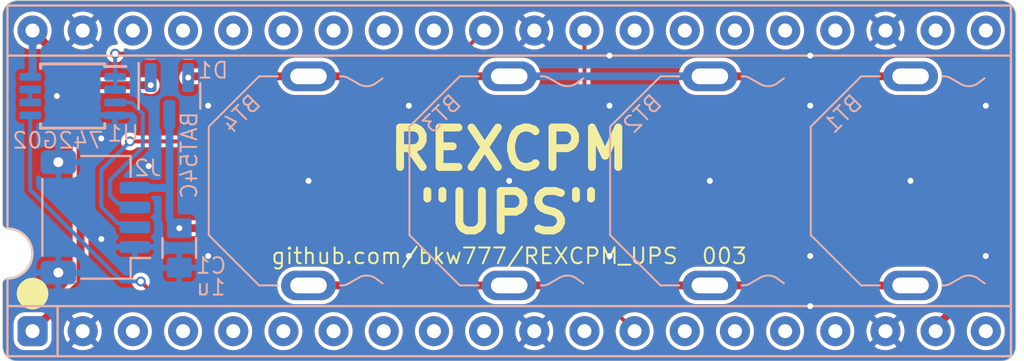
<source format=kicad_pcb>
(kicad_pcb (version 20221018) (generator pcbnew)
  (title_block (title "REXCPM UPS for Model 100") (date "2023-09-13") (rev "003") (company "Brian K. White - b.kenyon.w@gmail.com") (comment 1 "github.com/bkw777/REXCPM_UPS"))
  (layers (0 "F.Cu" signal) (31 "B.Cu" signal) (34 "B.Paste" user) (35 "F.Paste" user) (36 "B.SilkS" user "B.Silkscreen") (37 "F.SilkS" user "F.Silkscreen") (38 "B.Mask" user) (39 "F.Mask" user) (44 "Edge.Cuts" user))
  (net 0 "")
  (net 1 "GND")
  (net 2 "VBUS")
  (net 8 "/A15")
  (net 13 "/IO{slash}~{M}")
  (net 17 "/~{WR}")
  (net 34 "/RAM")
  (net 35 "/RAM_RST")
  (net 36 "Net-(U1-Pad6)")
  (net 37 "/BATT+")
  (footprint "000_LOCAL:DIP-40_pins" (layer "B.Cu") (at 136.525 104.775)
    (fp_text reference "J1" hide)
    (fp_text value "Model_100_System_BUS")
    (fp_line (start -25.4 -8.89) (end 25.4 -8.89) (stroke (width 0.12)) (layer "B.SilkS"))
    (fp_line (start -25.4 -6.35) (end -25.4 -8.89) (stroke (width 0.12)) (layer "B.SilkS"))
    (fp_line (start -25.4 2.413) (end -25.4 -6.35) (stroke (width 0.12)) (layer "B.SilkS"))
    (fp_line (start -25.4 6.35) (end -25.4 4.953) (stroke (width 0.12)) (layer "B.SilkS"))
    (fp_line (start -25.4 6.35) (end 25.4 6.35) (stroke (width 0.12)) (layer "B.SilkS"))
    (fp_line (start -25.4 8.89) (end -25.4 6.35) (stroke (width 0.12)) (layer "B.SilkS"))
    (fp_line (start -22.86 8.89) (end -22.86 6.35) (stroke (width 0.12)) (layer "B.SilkS"))
    (fp_line (start 25.4 -8.89) (end 25.4 -6.35) (stroke (width 0.12)) (layer "B.SilkS"))
    (fp_line (start 25.4 -6.35) (end -25.4 -6.35) (stroke (width 0.12)) (layer "B.SilkS"))
    (fp_line (start 25.4 -6.35) (end 25.4 6.35) (stroke (width 0.12)) (layer "B.SilkS"))
    (fp_line (start 25.4 6.35) (end 25.4 8.89) (stroke (width 0.12)) (layer "B.SilkS"))
    (fp_line (start 25.4 8.89) (end -25.4 8.89) (stroke (width 0.12)) (layer "B.SilkS"))
    (fp_arc (start -25.4 2.413) (mid -24.13 3.683) (end -25.4 4.953) (stroke (width 0.12)) (layer "B.SilkS"))
    (pad "1" thru_hole roundrect (at -24.13 7.62 270) (size 1.524 1.524) (drill 0.7112) (layers "*.Cu" "*.Mask") (net 2 "VBUS"))
    (pad "2" thru_hole circle (at -21.59 7.62 270) (size 1.524 1.524) (drill 0.7112) (layers "*.Cu" "*.Mask") (net 1 "GND"))
    (pad "3" thru_hole circle (at -19.05 7.62 270) (size 1.524 1.524) (drill 0.7112) (layers "*.Cu" "*.Mask"))
    (pad "4" thru_hole circle (at -16.51 7.62 270) (size 1.524 1.524) (drill 0.7112) (layers "*.Cu" "*.Mask"))
    (pad "5" thru_hole circle (at -13.97 7.62 270) (size 1.524 1.524) (drill 0.7112) (layers "*.Cu" "*.Mask"))
    (pad "6" thru_hole circle (at -11.43 7.62 270) (size 1.524 1.524) (drill 0.7112) (layers "*.Cu" "*.Mask"))
    (pad "7" thru_hole circle (at -8.89 7.62 270) (size 1.524 1.524) (drill 0.7112) (layers "*.Cu" "*.Mask"))
    (pad "8" thru_hole circle (at -6.35 7.62 270) (size 1.524 1.524) (drill 0.7112) (layers "*.Cu" "*.Mask"))
    (pad "9" thru_hole circle (at -3.81 7.62 270) (size 1.524 1.524) (drill 0.7112) (layers "*.Cu" "*.Mask"))
    (pad "10" thru_hole circle (at -1.27 7.62 270) (size 1.524 1.524) (drill 0.7112) (layers "*.Cu" "*.Mask"))
    (pad "11" thru_hole circle (at 1.27 7.62 270) (size 1.524 1.524) (drill 0.7112) (layers "*.Cu" "*.Mask") (net 1 "GND"))
    (pad "12" thru_hole circle (at 3.81 7.62 270) (size 1.524 1.524) (drill 0.7112) (layers "*.Cu" "*.Mask"))
    (pad "13" thru_hole circle (at 6.35 7.62 270) (size 1.524 1.524) (drill 0.7112) (layers "*.Cu" "*.Mask") (net 13 "/IO{slash}~{M}"))
    (pad "14" thru_hole circle (at 8.89 7.62 270) (size 1.524 1.524) (drill 0.7112) (layers "*.Cu" "*.Mask"))
    (pad "15" thru_hole circle (at 11.43 7.62 270) (size 1.524 1.524) (drill 0.7112) (layers "*.Cu" "*.Mask"))
    (pad "16" thru_hole circle (at 13.97 7.62 270) (size 1.524 1.524) (drill 0.7112) (layers "*.Cu" "*.Mask"))
    (pad "17" thru_hole circle (at 16.51 7.62 270) (size 1.524 1.524) (drill 0.7112) (layers "*.Cu" "*.Mask"))
    (pad "18" thru_hole circle (at 19.05 7.62 270) (size 1.524 1.524) (drill 0.7112) (layers "*.Cu" "*.Mask") (net 1 "GND"))
    (pad "19" thru_hole circle (at 21.59 7.62 270) (size 1.524 1.524) (drill 0.7112) (layers "*.Cu" "*.Mask") (net 35 "/RAM_RST"))
    (pad "20" thru_hole circle (at 24.13 7.62 270) (size 1.524 1.524) (drill 0.7112) (layers "*.Cu" "*.Mask"))
    (pad "21" thru_hole circle (at 24.13 -7.62 270) (size 1.524 1.524) (drill 0.7112) (layers "*.Cu" "*.Mask"))
    (pad "22" thru_hole circle (at 21.59 -7.62 270) (size 1.524 1.524) (drill 0.7112) (layers "*.Cu" "*.Mask"))
    (pad "23" thru_hole circle (at 19.05 -7.62 270) (size 1.524 1.524) (drill 0.7112) (layers "*.Cu" "*.Mask") (net 1 "GND"))
    (pad "24" thru_hole circle (at 16.51 -7.62 270) (size 1.524 1.524) (drill 0.7112) (layers "*.Cu" "*.Mask"))
    (pad "25" thru_hole circle (at 13.97 -7.62 270) (size 1.524 1.524) (drill 0.7112) (layers "*.Cu" "*.Mask"))
    (pad "26" thru_hole circle (at 11.43 -7.62 270) (size 1.524 1.524) (drill 0.7112) (layers "*.Cu" "*.Mask"))
    (pad "27" thru_hole circle (at 8.89 -7.62 270) (size 1.524 1.524) (drill 0.7112) (layers "*.Cu" "*.Mask"))
    (pad "28" thru_hole circle (at 6.35 -7.62 270) (size 1.524 1.524) (drill 0.7112) (layers "*.Cu" "*.Mask"))
    (pad "29" thru_hole circle (at 3.81 -7.62 270) (size 1.524 1.524) (drill 0.7112) (layers "*.Cu" "*.Mask") (net 17 "/~{WR}"))
    (pad "30" thru_hole circle (at 1.27 -7.62 270) (size 1.524 1.524) (drill 0.7112) (layers "*.Cu" "*.Mask") (net 1 "GND"))
    (pad "31" thru_hole circle (at -1.27 -7.62 270) (size 1.524 1.524) (drill 0.7112) (layers "*.Cu" "*.Mask") (net 8 "/A15"))
    (pad "32" thru_hole circle (at -3.81 -7.62 270) (size 1.524 1.524) (drill 0.7112) (layers "*.Cu" "*.Mask"))
    (pad "33" thru_hole circle (at -6.35 -7.62 270) (size 1.524 1.524) (drill 0.7112) (layers "*.Cu" "*.Mask"))
    (pad "34" thru_hole circle (at -8.89 -7.62 270) (size 1.524 1.524) (drill 0.7112) (layers "*.Cu" "*.Mask"))
    (pad "35" thru_hole circle (at -11.43 -7.62 270) (size 1.524 1.524) (drill 0.7112) (layers "*.Cu" "*.Mask"))
    (pad "36" thru_hole circle (at -13.97 -7.62 270) (size 1.524 1.524) (drill 0.7112) (layers "*.Cu" "*.Mask"))
    (pad "37" thru_hole circle (at -16.51 -7.62 270) (size 1.524 1.524) (drill 0.7112) (layers "*.Cu" "*.Mask"))
    (pad "38" thru_hole circle (at -19.05 -7.62 270) (size 1.524 1.524) (drill 0.7112) (layers "*.Cu" "*.Mask"))
    (pad "39" thru_hole circle (at -21.59 -7.62 270) (size 1.524 1.524) (drill 0.7112) (layers "*.Cu" "*.Mask") (net 1 "GND"))
    (pad "40" thru_hole circle (at -24.13 -7.62 270) (size 1.524 1.524) (drill 0.7112) (layers "*.Cu" "*.Mask") (net 2 "VBUS"))
  )
  (footprint "Package_TO_SOT_SMD:SOT-23" (layer "B.Cu") (at 119.325 100.475 -90)
    (fp_text reference "D1" (at -1.3 -2.2 unlocked) (layer "B.SilkS") (effects (font (size 0.8 0.8) (thickness 0.1)) (justify mirror)))
    (fp_text value "BAT54C" (at 3 -1 90 unlocked) (layer "B.SilkS") (effects (font (size 0.8 0.8) (thickness 0.1)) (justify mirror)))
    (fp_line (start 0 -1.56) (end -0.65 -1.56) (stroke (width 0.12)) (layer "B.SilkS"))
    (fp_line (start 0 -1.56) (end 0.65 -1.56) (stroke (width 0.12)) (layer "B.SilkS"))
    (fp_line (start 0 1.56) (end -1.675 1.56) (stroke (width 0.12)) (layer "B.SilkS"))
    (fp_line (start 0 1.56) (end 0.65 1.56) (stroke (width 0.12)) (layer "B.SilkS"))
    (pad "1" smd roundrect (at -0.9375 0.95 270) (size 1.475 0.6) (layers "B.Cu" "B.Paste" "B.Mask") (net 2 "VBUS"))
    (pad "2" smd roundrect (at -0.9375 -0.95 270) (size 1.475 0.6) (layers "B.Cu" "B.Paste" "B.Mask") (net 37 "/BATT+"))
    (pad "3" smd roundrect (at 0.9375 0 270) (size 1.475 0.6) (layers "B.Cu" "B.Paste" "B.Mask") (net 35 "/RAM_RST"))
  )
  (footprint "000_LOCAL:JST_SH_SM04B-SRSS-TB_1x04-1MP_P1.00mm_Horizontal" (layer "B.Cu") (at 115.575 106.625 90)
    (fp_text reference "J2" (at 2.5 2.65 180) (layer "B.SilkS") (effects (font (size 0.8 0.8) (thickness 0.1)) (justify mirror)))
    (fp_text value "Conn_01x04_Pin")
    (fp_line (start -3.11 -0.715) (end -3.11 1.785) (stroke (width 0.12)) (layer "B.SilkS"))
    (fp_line (start -3.11 1.785) (end -2.06 1.785) (stroke (width 0.12)) (layer "B.SilkS"))
    (fp_line (start -2.06 1.785) (end -2.06 2.775) (stroke (width 0.12)) (layer "B.SilkS"))
    (fp_line (start -1.94 -2.685) (end 1.94 -2.685) (stroke (width 0.12)) (layer "B.SilkS"))
    (fp_line (start 3.11 -0.715) (end 3.11 1.785) (stroke (width 0.12)) (layer "B.SilkS"))
    (fp_line (start 3.11 1.785) (end 2.06 1.785) (stroke (width 0.12)) (layer "B.SilkS"))
    (pad "1" smd roundrect (at -1.5 2 90) (size 0.6 1.55) (layers "B.Cu" "B.Paste" "B.Mask") (net 1 "GND"))
    (pad "2" smd roundrect (at -0.5 2 90) (size 0.6 1.55) (layers "B.Cu" "B.Paste" "B.Mask") (net 17 "/~{WR}"))
    (pad "3" smd roundrect (at 0.5 2 90) (size 0.6 1.55) (layers "B.Cu" "B.Paste" "B.Mask") (net 34 "/RAM"))
    (pad "4" smd roundrect (at 1.5 2 90) (size 0.6 1.55) (layers "B.Cu" "B.Paste" "B.Mask") (net 35 "/RAM_RST"))
    (pad "MP" smd roundrect (at -2.8 -1.875 90) (size 1.2 1.8) (layers "B.Cu" "B.Paste" "B.Mask") (roundrect_rratio 0.208333) (net 1 "GND"))
    (pad "MP" smd roundrect (at 2.8 -1.875 90) (size 1.2 1.8) (layers "B.Cu" "B.Paste" "B.Mask") (roundrect_rratio 0.208333) (net 1 "GND"))
  )
  (footprint "000_LOCAL:Keystone_3031" (layer "B.Cu") (at 146.685 104.775 -90)
    (fp_text reference "BT2" (at -3.4 3.41 45 unlocked) (layer "B.SilkS") (effects (font (size 0.8 0.8) (thickness 0.1)) (justify mirror)))
    (fp_text value "Keystone_3031")
    (fp_line (start -5.3 -1.695887) (end -5.3 -1.6) (stroke (width 0.1)) (layer "B.SilkS"))
    (fp_line (start -5.3 1.55) (end -5.3 2.5) (stroke (width 0.1)) (layer "B.SilkS"))
    (fp_line (start -5.3 2.5) (end -2.75 5.05) (stroke (width 0.1)) (layer "B.SilkS"))
    (fp_line (start -5.224755 -1.994788) (end -4.905239 -2.549272) (stroke (width 0.1)) (layer "B.SilkS"))
    (fp_line (start -4.906989 -3.350265) (end -5.2 -3.75) (stroke (width 0.1)) (layer "B.SilkS"))
    (fp_line (start 2.75 5.05) (end -2.75 5.05) (stroke (width 0.1)) (layer "B.SilkS"))
    (fp_line (start 4.906989 -3.352321) (end 5.2 -3.752056) (stroke (width 0.1)) (layer "B.SilkS"))
    (fp_line (start 5.224755 -1.996844) (end 4.905239 -2.551328) (stroke (width 0.1)) (layer "B.SilkS"))
    (fp_line (start 5.3 -1.697943) (end 5.3 -1.602056) (stroke (width 0.1)) (layer "B.SilkS"))
    (fp_line (start 5.3 1.55) (end 5.3 2.5) (stroke (width 0.1)) (layer "B.SilkS"))
    (fp_line (start 5.3 2.5) (end 2.75 5.05) (stroke (width 0.1)) (layer "B.SilkS"))
    (fp_arc (start -5.3 -1.695887) (mid -5.280899 -1.85) (end -5.224755 -1.994788) (stroke (width 0.1)) (layer "B.SilkS"))
    (fp_arc (start -4.906989 -3.350265) (mid -4.8 -2.95) (end -4.905239 -2.549272) (stroke (width 0.1)) (layer "B.SilkS"))
    (fp_arc (start 4.905239 -2.551328) (mid 4.8 -2.952056) (end 4.906989 -3.352321) (stroke (width 0.1)) (layer "B.SilkS"))
    (fp_arc (start 5.224755 -1.996844) (mid 5.280913 -1.852059) (end 5.3 -1.697943) (stroke (width 0.1)) (layer "B.SilkS"))
    (pad "1" thru_hole oval (at -5.3 0 270) (size 1.5 2.775) (drill oval 0.8 1.85) (layers "*.Cu" "*.Mask") (net 37 "/BATT+"))
    (pad "1" thru_hole oval (at 5.3 0 270) (size 1.5 2.775) (drill oval 0.8 1.85) (layers "*.Cu" "*.Mask") (net 37 "/BATT+"))
    (pad "2" smd circle (at 0 0 270) (size 8 8) (layers "B.Cu" "B.Mask") (net 1 "GND"))
  )
  (footprint "000_LOCAL:TSSOP-8_3x3mm_P0.65mm" (layer "B.Cu") (at 114.425 100.475 180)
    (fp_text reference "U1" (at -2.55 -1.9 unlocked) (layer "B.SilkS") (effects (font (size 0.8 0.8) (thickness 0.1)) (justify mirror)))
    (fp_text value "742G02" (at 0.75 -2.25 180) (layer "B.SilkS") (effects (font (size 0.8 0.8) (thickness 0.1)) (justify mirror)))
    (fp_line (start -1.625 -1.625) (end -1.625 -1.4) (stroke (width 0.15)) (layer "B.SilkS"))
    (fp_line (start -1.625 -1.625) (end 1.625 -1.625) (stroke (width 0.15)) (layer "B.SilkS"))
    (fp_line (start -1.625 1.5) (end -2.7 1.5) (stroke (width 0.15)) (layer "B.SilkS"))
    (fp_line (start -1.625 1.625) (end -1.625 1.5) (stroke (width 0.15)) (layer "B.SilkS"))
    (fp_line (start -1.625 1.625) (end 1.625 1.625) (stroke (width 0.15)) (layer "B.SilkS"))
    (fp_line (start 1.625 -1.625) (end 1.625 -1.4) (stroke (width 0.15)) (layer "B.SilkS"))
    (fp_line (start 1.625 1.625) (end 1.625 1.4) (stroke (width 0.15)) (layer "B.SilkS"))
    (pad "1" smd roundrect (at -2.15 0.975 180) (size 1.1 0.4) (layers "B.Cu" "B.Paste" "B.Mask") (net 8 "/A15"))
    (pad "2" smd roundrect (at -2.15 0.325 180) (size 1.1 0.4) (layers "B.Cu" "B.Paste" "B.Mask") (net 8 "/A15"))
    (pad "3" smd roundrect (at -2.15 -0.325 180) (size 1.1 0.4) (layers "B.Cu" "B.Paste" "B.Mask") (net 34 "/RAM"))
    (pad "4" smd roundrect (at -2.15 -0.975 180) (size 1.1 0.4) (layers "B.Cu" "B.Paste" "B.Mask") (net 1 "GND"))
    (pad "5" smd roundrect (at 2.15 -0.975 180) (size 1.1 0.4) (layers "B.Cu" "B.Paste" "B.Mask") (net 13 "/IO{slash}~{M}"))
    (pad "6" smd roundrect (at 2.15 -0.325 180) (size 1.1 0.4) (layers "B.Cu" "B.Paste" "B.Mask") (net 36 "Net-(U1-Pad6)"))
    (pad "7" smd roundrect (at 2.15 0.325 180) (size 1.1 0.4) (layers "B.Cu" "B.Paste" "B.Mask") (net 36 "Net-(U1-Pad6)"))
    (pad "8" smd roundrect (at 2.15 0.975 180) (size 1.1 0.4) (layers "B.Cu" "B.Paste" "B.Mask") (net 2 "VBUS"))
  )
  (footprint "000_LOCAL:Keystone_3031" (layer "B.Cu") (at 136.525 104.775 -90)
    (fp_text reference "BT3" (at -3.4 3.41 45 unlocked) (layer "B.SilkS") (effects (font (size 0.8 0.8) (thickness 0.1)) (justify mirror)))
    (fp_text value "Keystone_3031")
    (fp_line (start -5.3 -1.695887) (end -5.3 -1.6) (stroke (width 0.1)) (layer "B.SilkS"))
    (fp_line (start -5.3 1.55) (end -5.3 2.5) (stroke (width 0.1)) (layer "B.SilkS"))
    (fp_line (start -5.3 2.5) (end -2.75 5.05) (stroke (width 0.1)) (layer "B.SilkS"))
    (fp_line (start -5.224755 -1.994788) (end -4.905239 -2.549272) (stroke (width 0.1)) (layer "B.SilkS"))
    (fp_line (start -4.906989 -3.350265) (end -5.2 -3.75) (stroke (width 0.1)) (layer "B.SilkS"))
    (fp_line (start 2.75 5.05) (end -2.75 5.05) (stroke (width 0.1)) (layer "B.SilkS"))
    (fp_line (start 4.906989 -3.352321) (end 5.2 -3.752056) (stroke (width 0.1)) (layer "B.SilkS"))
    (fp_line (start 5.224755 -1.996844) (end 4.905239 -2.551328) (stroke (width 0.1)) (layer "B.SilkS"))
    (fp_line (start 5.3 -1.697943) (end 5.3 -1.602056) (stroke (width 0.1)) (layer "B.SilkS"))
    (fp_line (start 5.3 1.55) (end 5.3 2.5) (stroke (width 0.1)) (layer "B.SilkS"))
    (fp_line (start 5.3 2.5) (end 2.75 5.05) (stroke (width 0.1)) (layer "B.SilkS"))
    (fp_arc (start -5.3 -1.695887) (mid -5.280899 -1.85) (end -5.224755 -1.994788) (stroke (width 0.1)) (layer "B.SilkS"))
    (fp_arc (start -4.906989 -3.350265) (mid -4.8 -2.95) (end -4.905239 -2.549272) (stroke (width 0.1)) (layer "B.SilkS"))
    (fp_arc (start 4.905239 -2.551328) (mid 4.8 -2.952056) (end 4.906989 -3.352321) (stroke (width 0.1)) (layer "B.SilkS"))
    (fp_arc (start 5.224755 -1.996844) (mid 5.280913 -1.852059) (end 5.3 -1.697943) (stroke (width 0.1)) (layer "B.SilkS"))
    (pad "1" thru_hole oval (at -5.3 0 270) (size 1.5 2.775) (drill oval 0.8 1.85) (layers "*.Cu" "*.Mask") (net 37 "/BATT+"))
    (pad "1" thru_hole oval (at 5.3 0 270) (size 1.5 2.775) (drill oval 0.8 1.85) (layers "*.Cu" "*.Mask") (net 37 "/BATT+"))
    (pad "2" smd circle (at 0 0 270) (size 8 8) (layers "B.Cu" "B.Mask") (net 1 "GND"))
  )
  (footprint "000_LOCAL:C_0805" (layer "B.Cu") (at 119.825 108.175 -90)
    (fp_text reference "C1" (at 0.9 -1.6 unlocked) (layer "B.SilkS") (effects (font (size 0.8 0.8) (thickness 0.1)) (justify mirror)))
    (fp_text value "1u" (at 2 -1.6 unlocked) (layer "B.SilkS") (effects (font (size 0.8 0.8) (thickness 0.1)) (justify mirror)))
    (fp_line (start -0.5 -0.85) (end 0.5 -0.85) (stroke (width 0.12)) (layer "B.SilkS"))
    (fp_line (start 0.5 0.85) (end -0.5 0.85) (stroke (width 0.12)) (layer "B.SilkS"))
    (pad "1" smd roundrect (at -1 0 270) (size 1 1.25) (layers "B.Cu" "B.Paste" "B.Mask") (roundrect_rratio 0.1) (net 35 "/RAM_RST"))
    (pad "2" smd roundrect (at 1 0 270) (size 1 1.25) (layers "B.Cu" "B.Paste" "B.Mask") (roundrect_rratio 0.1) (net 1 "GND"))
  )
  (footprint "000_LOCAL:Keystone_3031" (layer "B.Cu") (at 126.365 104.775 -90)
    (fp_text reference "BT4" (at -3.4 3.4 45 unlocked) (layer "B.SilkS") (effects (font (size 0.8 0.8) (thickness 0.1)) (justify mirror)))
    (fp_text value "Keystone_3031")
    (fp_line (start -5.3 -1.695887) (end -5.3 -1.6) (stroke (width 0.1)) (layer "B.SilkS"))
    (fp_line (start -5.3 1.55) (end -5.3 2.5) (stroke (width 0.1)) (layer "B.SilkS"))
    (fp_line (start -5.3 2.5) (end -2.75 5.05) (stroke (width 0.1)) (layer "B.SilkS"))
    (fp_line (start -5.224755 -1.994788) (end -4.905239 -2.549272) (stroke (width 0.1)) (layer "B.SilkS"))
    (fp_line (start -4.906989 -3.350265) (end -5.2 -3.75) (stroke (width 0.1)) (layer "B.SilkS"))
    (fp_line (start 2.75 5.05) (end -2.75 5.05) (stroke (width 0.1)) (layer "B.SilkS"))
    (fp_line (start 4.906989 -3.352321) (end 5.2 -3.752056) (stroke (width 0.1)) (layer "B.SilkS"))
    (fp_line (start 5.224755 -1.996844) (end 4.905239 -2.551328) (stroke (width 0.1)) (layer "B.SilkS"))
    (fp_line (start 5.3 -1.697943) (end 5.3 -1.602056) (stroke (width 0.1)) (layer "B.SilkS"))
    (fp_line (start 5.3 1.55) (end 5.3 2.5) (stroke (width 0.1)) (layer "B.SilkS"))
    (fp_line (start 5.3 2.5) (end 2.75 5.05) (stroke (width 0.1)) (layer "B.SilkS"))
    (fp_arc (start -5.3 -1.695887) (mid -5.280899 -1.85) (end -5.224755 -1.994788) (stroke (width 0.1)) (layer "B.SilkS"))
    (fp_arc (start -4.906989 -3.350265) (mid -4.8 -2.95) (end -4.905239 -2.549272) (stroke (width 0.1)) (layer "B.SilkS"))
    (fp_arc (start 4.905239 -2.551328) (mid 4.8 -2.952056) (end 4.906989 -3.352321) (stroke (width 0.1)) (layer "B.SilkS"))
    (fp_arc (start 5.224755 -1.996844) (mid 5.280897 -1.852054) (end 5.3 -1.697943) (stroke (width 0.1)) (layer "B.SilkS"))
    (pad "1" thru_hole oval (at -5.3 0 270) (size 1.5 2.775) (drill oval 0.8 1.85) (layers "*.Cu" "*.Mask") (net 37 "/BATT+"))
    (pad "1" thru_hole oval (at 5.3 0 270) (size 1.5 2.775) (drill oval 0.8 1.85) (layers "*.Cu" "*.Mask") (net 37 "/BATT+"))
    (pad "2" smd circle (at 0 0 270) (size 8 8) (layers "B.Cu" "B.Mask") (net 1 "GND"))
  )
  (footprint "000_LOCAL:Keystone_3031" (layer "B.Cu") (at 156.845 104.775 -90)
    (fp_text reference "BT1" (at -3.4 3.42 45 unlocked) (layer "B.SilkS") (effects (font (size 0.8 0.8) (thickness 0.1)) (justify mirror)))
    (fp_text value "Keystone_3031")
    (fp_line (start -5.3 -1.695887) (end -5.3 -1.6) (stroke (width 0.1)) (layer "B.SilkS"))
    (fp_line (start -5.3 1.55) (end -5.3 2.5) (stroke (width 0.1)) (layer "B.SilkS"))
    (fp_line (start -5.3 2.5) (end -2.75 5.05) (stroke (width 0.1)) (layer "B.SilkS"))
    (fp_line (start -5.224755 -1.994788) (end -4.905239 -2.549272) (stroke (width 0.1)) (layer "B.SilkS"))
    (fp_line (start -4.906989 -3.350265) (end -5.2 -3.75) (stroke (width 0.1)) (layer "B.SilkS"))
    (fp_line (start 2.75 5.05) (end -2.75 5.05) (stroke (width 0.1)) (layer "B.SilkS"))
    (fp_line (start 4.906989 -3.352321) (end 5.2 -3.752056) (stroke (width 0.1)) (layer "B.SilkS"))
    (fp_line (start 5.224755 -1.996844) (end 4.905239 -2.551328) (stroke (width 0.1)) (layer "B.SilkS"))
    (fp_line (start 5.3 -1.697943) (end 5.3 -1.602056) (stroke (width 0.1)) (layer "B.SilkS"))
    (fp_line (start 5.3 1.55) (end 5.3 2.5) (stroke (width 0.1)) (layer "B.SilkS"))
    (fp_line (start 5.3 2.5) (end 2.75 5.05) (stroke (width 0.1)) (layer "B.SilkS"))
    (fp_arc (start -5.3 -1.695887) (mid -5.280899 -1.85) (end -5.224755 -1.994788) (stroke (width 0.1)) (layer "B.SilkS"))
    (fp_arc (start -4.906989 -3.350265) (mid -4.8 -2.95) (end -4.905239 -2.549272) (stroke (width 0.1)) (layer "B.SilkS"))
    (fp_arc (start 4.905239 -2.551328) (mid 4.8 -2.952056) (end 4.906989 -3.352321) (stroke (width 0.1)) (layer "B.SilkS"))
    (fp_arc (start 5.224755 -1.996844) (mid 5.280909 -1.852057) (end 5.3 -1.697943) (stroke (width 0.1)) (layer "B.SilkS"))
    (pad "1" thru_hole oval (at -5.3 0 270) (size 1.5 2.775) (drill oval 0.8 1.85) (layers "*.Cu" "*.Mask") (net 37 "/BATT+"))
    (pad "1" thru_hole oval (at 5.3 0 270) (size 1.5 2.775) (drill oval 0.8 1.85) (layers "*.Cu" "*.Mask") (net 37 "/BATT+"))
    (pad "2" smd circle (at 0 0 270) (size 8 8) (layers "B.Cu" "B.Mask") (net 1 "GND"))
  )
  (gr_circle (center 112.395 110.49) (end 111.995 110.49) (stroke (width 0.8)) (fill none) (layer "F.SilkS"))
  (gr_line (start 161.417 95.631) (end 111.633 95.631) (stroke (width 0.05)) (layer "Edge.Cuts"))
  (gr_line (start 110.871 113.157) (end 110.871 109.982) (stroke (width 0.05)) (layer "Edge.Cuts"))
  (gr_line (start 110.871 106.934) (end 110.871 96.393) (stroke (width 0.05)) (layer "Edge.Cuts"))
  (gr_arc (start 162.179 113.157) (mid 161.955815 113.695815) (end 161.417 113.919) (stroke (width 0.05)) (layer "Edge.Cuts"))
  (gr_arc (start 111.125 107.188) (mid 112.395 108.458) (end 111.125 109.728) (stroke (width 0.05)) (layer "Edge.Cuts"))
  (gr_arc (start 110.871 109.982) (mid 110.945395 109.802395) (end 111.125 109.728) (stroke (width 0.05)) (layer "Edge.Cuts"))
  (gr_arc (start 161.417 95.631) (mid 161.955815 95.854185) (end 162.179 96.393) (stroke (width 0.05)) (layer "Edge.Cuts"))
  (gr_arc (start 111.125 107.188) (mid 110.945395 107.113605) (end 110.871 106.934) (stroke (width 0.05)) (layer "Edge.Cuts"))
  (gr_arc (start 110.871 96.393) (mid 111.094185 95.854185) (end 111.633 95.631) (stroke (width 0.05)) (layer "Edge.Cuts"))
  (gr_line (start 162.179 113.157) (end 162.179 96.393) (stroke (width 0.05)) (layer "Edge.Cuts"))
  (gr_line (start 111.633 113.919) (end 161.417 113.919) (stroke (width 0.05)) (layer "Edge.Cuts"))
  (gr_arc (start 111.633 113.919) (mid 111.094185 113.695815) (end 110.871 113.157) (stroke (width 0.05)) (layer "Edge.Cuts"))
  (gr_text "REXCPM\n{dblquote}UPS{dblquote}" (at 136.525 104.775) (layer "F.SilkS") (effects (font (size 2 2) (thickness 0.4) bold)))
  (gr_text "${COMMENT1}  ${REVISION}" (at 136.525 108.585) (layer "F.SilkS") (effects (font (size 0.8 0.8) (thickness 0.1))))
  (via (at 126.365 104.775) (size 0.5) (drill 0.3) (layers "F.Cu" "B.Cu") (net 1))
  (via (at 131.445 100.965) (size 0.5) (drill 0.3) (layers "F.Cu" "B.Cu") (net 1))
  (via (at 121.285 100.965) (size 0.5) (drill 0.3) (layers "F.Cu" "B.Cu") (net 1))
  (via (at 160.655 108.585) (size 0.5) (drill 0.3) (layers "F.Cu" "B.Cu") (net 1))
  (via (at 151.765 108.585) (size 0.5) (drill 0.3) (layers "F.Cu" "B.Cu") (net 1))
  (via (at 121.285 108.585) (size 0.5) (drill 0.3) (layers "F.Cu" "B.Cu") (net 1))
  (via (at 113.7 103.825) (size 1) (drill 0.5) (layers "F.Cu" "B.Cu") (net 1))
  (via (at 141.605 108.585) (size 0.5) (drill 0.3) (layers "F.Cu" "B.Cu") (net 1))
  (via (at 151.765 98.425) (size 0.5) (drill 0.3) (layers "F.Cu" "B.Cu") (net 1))
  (via (at 141.605 98.425) (size 0.5) (drill 0.3) (layers "F.Cu" "B.Cu") (net 1))
  (via (at 141.605 100.965) (size 0.5) (drill 0.3) (layers "F.Cu" "B.Cu") (net 1))
  (via (at 136.525 104.775) (size 0.5) (drill 0.3) (layers "F.Cu" "B.Cu") (net 1))
  (via (at 156.845 104.775) (size 0.5) (drill 0.3) (layers "F.Cu" "B.Cu") (net 1))
  (via (at 115.875 107.725) (size 0.5) (drill 0.3) (layers "F.Cu" "B.Cu") (net 1))
  (via (at 113.625 100.475) (size 0.5) (drill 0.3) (layers "F.Cu" "B.Cu") (net 1))
  (via (at 151.765 100.965) (size 0.5) (drill 0.3) (layers "F.Cu" "B.Cu") (net 1))
  (via (at 151.765 111.125) (size 0.5) (drill 0.3) (layers "F.Cu" "B.Cu") (net 1))
  (via (at 160.655 100.965) (size 0.5) (drill 0.3) (layers "F.Cu" "B.Cu") (net 1))
  (via (at 131.445 108.585) (size 0.5) (drill 0.3) (layers "F.Cu" "B.Cu") (net 1))
  (via (at 113.7 109.425) (size 1) (drill 0.5) (layers "F.Cu" "B.Cu") (net 1))
  (via (at 146.685 104.775) (size 0.5) (drill 0.3) (layers "F.Cu" "B.Cu") (net 1))
  (via (at 115.875 102.625) (size 0.5) (drill 0.3) (layers "F.Cu" "B.Cu") (net 1))
  (via (at 118.275 104.025) (size 0.5) (drill 0.3) (layers "F.Cu" "B.Cu") (net 1))
  (segment (start 114.825 109.965) (end 112.395 112.395) (width 0.4) (layer "F.Cu") (net 2))
  (segment (start 114.825 99.585) (end 114.825 109.965) (width 0.4) (layer "F.Cu") (net 2))
  (segment (start 114.6275 99.3875) (end 114.825 99.585) (width 0.4) (layer "F.Cu") (net 2))
  (segment (start 118.375 99.925) (end 114.825 99.925) (width 0.4) (layer "F.Cu") (net 2))
  (segment (start 114.6275 99.3875) (end 112.395 97.155) (width 0.4) (layer "F.Cu") (net 2))
  (via (at 118.375 99.925) (size 0.5) (drill 0.3) (layers "F.Cu" "B.Cu") (net 2))
  (segment (start 118.375 99.925) (end 118.375 99.5375) (width 0.4) (layer "B.Cu") (net 2))
  (segment (start 112.395 97.155) (end 112.395 99.38) (width 0.4) (layer "B.Cu") (net 2))
  (segment (start 112.395 99.38) (end 112.275 99.5) (width 0.4) (layer "B.Cu") (net 2))
  (segment (start 134.085 98.325) (end 135.255 97.155) (width 0.2) (layer "F.Cu") (net 8))
  (segment (start 116.575 98.325) (end 134.085 98.325) (width 0.2) (layer "F.Cu") (net 8))
  (via (at 116.575 98.325) (size 0.5) (drill 0.3) (layers "F.Cu" "B.Cu") (net 8))
  (segment (start 116.575 99.5) (end 116.575 98.325) (width 0.2) (layer "B.Cu") (net 8))
  (segment (start 116.575 100.15) (end 116.575 99.5) (width 0.2) (layer "B.Cu") (net 8))
  (segment (start 119.225 111.225) (end 141.705 111.225) (width 0.2) (layer "F.Cu") (net 13))
  (segment (start 141.705 111.225) (end 142.875 112.395) (width 0.2) (layer "F.Cu") (net 13))
  (segment (start 117.875 109.875) (end 119.225 111.225) (width 0.2) (layer "F.Cu") (net 13))
  (via (at 117.875 109.875) (size 0.5) (drill 0.3) (layers "F.Cu" "B.Cu") (net 13))
  (segment (start 116.925 109.875) (end 112.275 105.225) (width 0.2) (layer "B.Cu") (net 13))
  (segment (start 117.875 109.875) (end 116.925 109.875) (width 0.2) (layer "B.Cu") (net 13))
  (segment (start 112.275 105.225) (end 112.275 101.45) (width 0.2) (layer "B.Cu") (net 13))
  (segment (start 140.335 100.765) (end 140.335 97.155) (width 0.2) (layer "F.Cu") (net 17))
  (segment (start 117.325 102.775) (end 138.325 102.775) (width 0.2) (layer "F.Cu") (net 17))
  (segment (start 138.325 102.775) (end 140.335 100.765) (width 0.2) (layer "F.Cu") (net 17))
  (via (at 117.325 102.775) (size 0.5) (drill 0.3) (layers "F.Cu" "B.Cu") (net 17))
  (segment (start 115.875 104.225) (end 117.325 102.775) (width 0.2) (layer "B.Cu") (net 17))
  (segment (start 116.725 106.925) (end 115.875 106.075) (width 0.2) (layer "B.Cu") (net 17))
  (segment (start 115.875 106.075) (end 115.875 104.225) (width 0.2) (layer "B.Cu") (net 17))
  (segment (start 117.375 106.925) (end 116.725 106.925) (width 0.2) (layer "B.Cu") (net 17))
  (segment (start 117.575 107.125) (end 117.375 106.925) (width 0.2) (layer "B.Cu") (net 17))
  (segment (start 117.375 105.925) (end 116.725 105.925) (width 0.2) (layer "B.Cu") (net 34))
  (segment (start 116.725 105.925) (end 116.325 105.525) (width 0.2) (layer "B.Cu") (net 34))
  (segment (start 117.575 106.125) (end 117.375 105.925) (width 0.2) (layer "B.Cu") (net 34))
  (segment (start 116.325 105.525) (end 116.325 104.725) (width 0.2) (layer "B.Cu") (net 34))
  (segment (start 117.975 101.36875) (end 117.40625 100.8) (width 0.2) (layer "B.Cu") (net 34))
  (segment (start 117.975 103.075) (end 117.975 101.36875) (width 0.2) (layer "B.Cu") (net 34))
  (segment (start 117.40625 100.8) (end 116.575 100.8) (width 0.2) (layer "B.Cu") (net 34))
  (segment (start 116.325 104.725) (end 117.975 103.075) (width 0.2) (layer "B.Cu") (net 34))
  (segment (start 158.075 107.175) (end 159.325 108.425) (width 0.4) (layer "F.Cu") (net 35))
  (segment (start 159.325 108.425) (end 159.325 110.975) (width 0.4) (layer "F.Cu") (net 35))
  (segment (start 119.825 107.175) (end 158.075 107.175) (width 0.4) (layer "F.Cu") (net 35))
  (segment (start 158.115 112.185) (end 158.115 112.395) (width 0.4) (layer "F.Cu") (net 35))
  (segment (start 159.325 110.975) (end 158.115 112.185) (width 0.4) (layer "F.Cu") (net 35))
  (via (at 119.825 107.175) (size 0.5) (drill 0.3) (layers "F.Cu" "B.Cu") (net 35))
  (segment (start 119.325 105.125) (end 117.575 105.125) (width 0.4) (layer "B.Cu") (net 35))
  (segment (start 119.325 106.675) (end 119.325 105.125) (width 0.4) (layer "B.Cu") (net 35))
  (segment (start 119.325 105.125) (end 119.325 101.4125) (width 0.4) (layer "B.Cu") (net 35))
  (segment (start 119.825 107.175) (end 119.325 106.675) (width 0.4) (layer "B.Cu") (net 35))
  (segment (start 112.275 100.8) (end 112.275 100.15) (width 0.2) (layer "B.Cu") (net 36))
  (segment (start 120.3375 99.475) (end 126.365 99.475) (width 0.4) (layer "F.Cu") (net 37))
  (segment (start 136.525 99.475) (end 126.365 99.475) (width 0.4) (layer "F.Cu") (net 37))
  (segment (start 120.275 99.5375) (end 120.3375 99.475) (width 0.4) (layer "F.Cu") (net 37))
  (segment (start 126.365 110.075) (end 146.685 110.075) (width 0.4) (layer "F.Cu") (net 37))
  (segment (start 156.845 99.475) (end 146.685 99.475) (width 0.4) (layer "F.Cu") (net 37))
  (segment (start 146.685 110.075) (end 156.845 110.075) (width 0.4) (layer "F.Cu") (net 37))
  (via (at 120.275 99.5375) (size 0.5) (drill 0.3) (layers "F.Cu" "B.Cu") (net 37))
  (segment (start 146.685 99.475) (end 136.525 99.475) (width 0.4) (layer "B.Cu") (net 37))
  (zone (net 1) (net_name "GND") (layer "F.Cu") (connect_pads (clearance 0.2)) (min_thickness 0.2) (fill yes (thermal_gap 0.2) (thermal_bridge_width 0.3) (smoothing fillet) (radius 0.2))
    (polygon (pts (xy 110.871 113.919) (xy 162.179 113.919) (xy 162.179 95.631) (xy 110.871 95.631)))
  )
  (zone (net 1) (net_name "GND") (layer "B.Cu") (connect_pads (clearance 0.2)) (min_thickness 0.2) (fill yes (thermal_gap 0.2) (thermal_bridge_width 0.3) (smoothing fillet) (radius 0.2))
    (polygon (pts (xy 110.871 113.919) (xy 162.179 113.919) (xy 162.179 95.631) (xy 110.871 95.631)))
  )
)
</source>
